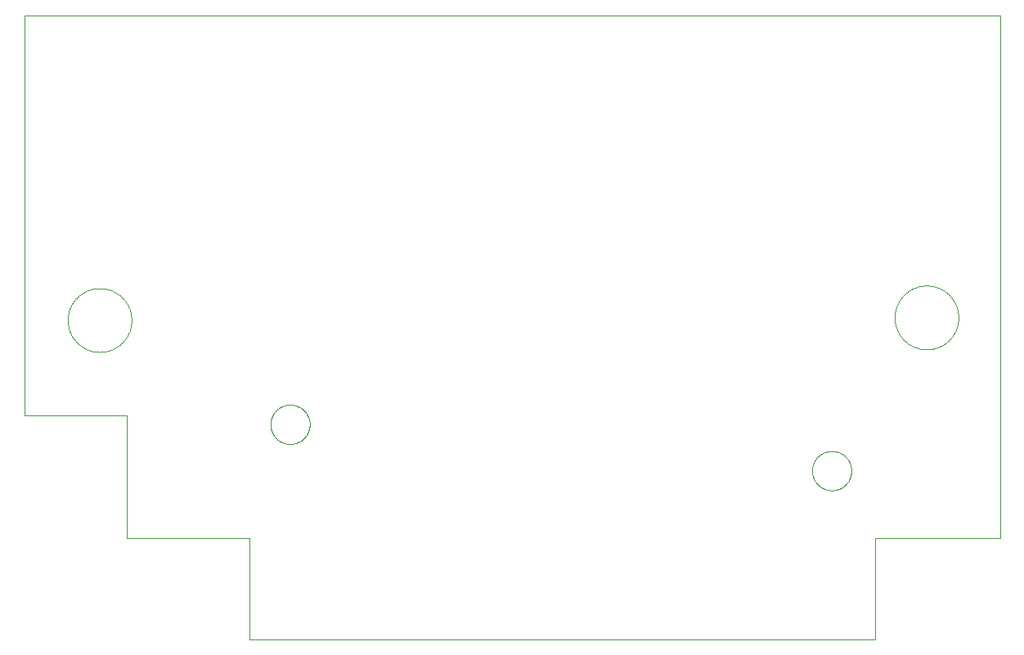
<source format=gko>
G75*
%MOIN*%
%OFA0B0*%
%FSLAX25Y25*%
%IPPOS*%
%LPD*%
%AMOC8*
5,1,8,0,0,1.08239X$1,22.5*
%
%ADD10C,0.00000*%
D10*
X0102453Y0096398D02*
X0102455Y0096594D01*
X0102463Y0096791D01*
X0102475Y0096987D01*
X0102492Y0097182D01*
X0102513Y0097377D01*
X0102540Y0097572D01*
X0102571Y0097766D01*
X0102607Y0097959D01*
X0102647Y0098151D01*
X0102693Y0098342D01*
X0102743Y0098532D01*
X0102797Y0098720D01*
X0102857Y0098907D01*
X0102921Y0099093D01*
X0102989Y0099277D01*
X0103062Y0099459D01*
X0103139Y0099640D01*
X0103221Y0099818D01*
X0103307Y0099995D01*
X0103398Y0100169D01*
X0103492Y0100341D01*
X0103591Y0100511D01*
X0103694Y0100678D01*
X0103801Y0100843D01*
X0103912Y0101004D01*
X0104027Y0101164D01*
X0104146Y0101320D01*
X0104269Y0101473D01*
X0104395Y0101623D01*
X0104525Y0101770D01*
X0104659Y0101914D01*
X0104796Y0102055D01*
X0104937Y0102192D01*
X0105081Y0102326D01*
X0105228Y0102456D01*
X0105378Y0102582D01*
X0105531Y0102705D01*
X0105687Y0102824D01*
X0105847Y0102939D01*
X0106008Y0103050D01*
X0106173Y0103157D01*
X0106340Y0103260D01*
X0106510Y0103359D01*
X0106682Y0103453D01*
X0106856Y0103544D01*
X0107033Y0103630D01*
X0107211Y0103712D01*
X0107392Y0103789D01*
X0107574Y0103862D01*
X0107758Y0103930D01*
X0107944Y0103994D01*
X0108131Y0104054D01*
X0108319Y0104108D01*
X0108509Y0104158D01*
X0108700Y0104204D01*
X0108892Y0104244D01*
X0109085Y0104280D01*
X0109279Y0104311D01*
X0109474Y0104338D01*
X0109669Y0104359D01*
X0109864Y0104376D01*
X0110060Y0104388D01*
X0110257Y0104396D01*
X0110453Y0104398D01*
X0110649Y0104396D01*
X0110846Y0104388D01*
X0111042Y0104376D01*
X0111237Y0104359D01*
X0111432Y0104338D01*
X0111627Y0104311D01*
X0111821Y0104280D01*
X0112014Y0104244D01*
X0112206Y0104204D01*
X0112397Y0104158D01*
X0112587Y0104108D01*
X0112775Y0104054D01*
X0112962Y0103994D01*
X0113148Y0103930D01*
X0113332Y0103862D01*
X0113514Y0103789D01*
X0113695Y0103712D01*
X0113873Y0103630D01*
X0114050Y0103544D01*
X0114224Y0103453D01*
X0114396Y0103359D01*
X0114566Y0103260D01*
X0114733Y0103157D01*
X0114898Y0103050D01*
X0115059Y0102939D01*
X0115219Y0102824D01*
X0115375Y0102705D01*
X0115528Y0102582D01*
X0115678Y0102456D01*
X0115825Y0102326D01*
X0115969Y0102192D01*
X0116110Y0102055D01*
X0116247Y0101914D01*
X0116381Y0101770D01*
X0116511Y0101623D01*
X0116637Y0101473D01*
X0116760Y0101320D01*
X0116879Y0101164D01*
X0116994Y0101004D01*
X0117105Y0100843D01*
X0117212Y0100678D01*
X0117315Y0100511D01*
X0117414Y0100341D01*
X0117508Y0100169D01*
X0117599Y0099995D01*
X0117685Y0099818D01*
X0117767Y0099640D01*
X0117844Y0099459D01*
X0117917Y0099277D01*
X0117985Y0099093D01*
X0118049Y0098907D01*
X0118109Y0098720D01*
X0118163Y0098532D01*
X0118213Y0098342D01*
X0118259Y0098151D01*
X0118299Y0097959D01*
X0118335Y0097766D01*
X0118366Y0097572D01*
X0118393Y0097377D01*
X0118414Y0097182D01*
X0118431Y0096987D01*
X0118443Y0096791D01*
X0118451Y0096594D01*
X0118453Y0096398D01*
X0118451Y0096202D01*
X0118443Y0096005D01*
X0118431Y0095809D01*
X0118414Y0095614D01*
X0118393Y0095419D01*
X0118366Y0095224D01*
X0118335Y0095030D01*
X0118299Y0094837D01*
X0118259Y0094645D01*
X0118213Y0094454D01*
X0118163Y0094264D01*
X0118109Y0094076D01*
X0118049Y0093889D01*
X0117985Y0093703D01*
X0117917Y0093519D01*
X0117844Y0093337D01*
X0117767Y0093156D01*
X0117685Y0092978D01*
X0117599Y0092801D01*
X0117508Y0092627D01*
X0117414Y0092455D01*
X0117315Y0092285D01*
X0117212Y0092118D01*
X0117105Y0091953D01*
X0116994Y0091792D01*
X0116879Y0091632D01*
X0116760Y0091476D01*
X0116637Y0091323D01*
X0116511Y0091173D01*
X0116381Y0091026D01*
X0116247Y0090882D01*
X0116110Y0090741D01*
X0115969Y0090604D01*
X0115825Y0090470D01*
X0115678Y0090340D01*
X0115528Y0090214D01*
X0115375Y0090091D01*
X0115219Y0089972D01*
X0115059Y0089857D01*
X0114898Y0089746D01*
X0114733Y0089639D01*
X0114566Y0089536D01*
X0114396Y0089437D01*
X0114224Y0089343D01*
X0114050Y0089252D01*
X0113873Y0089166D01*
X0113695Y0089084D01*
X0113514Y0089007D01*
X0113332Y0088934D01*
X0113148Y0088866D01*
X0112962Y0088802D01*
X0112775Y0088742D01*
X0112587Y0088688D01*
X0112397Y0088638D01*
X0112206Y0088592D01*
X0112014Y0088552D01*
X0111821Y0088516D01*
X0111627Y0088485D01*
X0111432Y0088458D01*
X0111237Y0088437D01*
X0111042Y0088420D01*
X0110846Y0088408D01*
X0110649Y0088400D01*
X0110453Y0088398D01*
X0110257Y0088400D01*
X0110060Y0088408D01*
X0109864Y0088420D01*
X0109669Y0088437D01*
X0109474Y0088458D01*
X0109279Y0088485D01*
X0109085Y0088516D01*
X0108892Y0088552D01*
X0108700Y0088592D01*
X0108509Y0088638D01*
X0108319Y0088688D01*
X0108131Y0088742D01*
X0107944Y0088802D01*
X0107758Y0088866D01*
X0107574Y0088934D01*
X0107392Y0089007D01*
X0107211Y0089084D01*
X0107033Y0089166D01*
X0106856Y0089252D01*
X0106682Y0089343D01*
X0106510Y0089437D01*
X0106340Y0089536D01*
X0106173Y0089639D01*
X0106008Y0089746D01*
X0105847Y0089857D01*
X0105687Y0089972D01*
X0105531Y0090091D01*
X0105378Y0090214D01*
X0105228Y0090340D01*
X0105081Y0090470D01*
X0104937Y0090604D01*
X0104796Y0090741D01*
X0104659Y0090882D01*
X0104525Y0091026D01*
X0104395Y0091173D01*
X0104269Y0091323D01*
X0104146Y0091476D01*
X0104027Y0091632D01*
X0103912Y0091792D01*
X0103801Y0091953D01*
X0103694Y0092118D01*
X0103591Y0092285D01*
X0103492Y0092455D01*
X0103398Y0092627D01*
X0103307Y0092801D01*
X0103221Y0092978D01*
X0103139Y0093156D01*
X0103062Y0093337D01*
X0102989Y0093519D01*
X0102921Y0093703D01*
X0102857Y0093889D01*
X0102797Y0094076D01*
X0102743Y0094264D01*
X0102693Y0094454D01*
X0102647Y0094645D01*
X0102607Y0094837D01*
X0102571Y0095030D01*
X0102540Y0095224D01*
X0102513Y0095419D01*
X0102492Y0095614D01*
X0102475Y0095809D01*
X0102463Y0096005D01*
X0102455Y0096202D01*
X0102453Y0096398D01*
X0323197Y0077500D02*
X0323199Y0077696D01*
X0323207Y0077893D01*
X0323219Y0078089D01*
X0323236Y0078284D01*
X0323257Y0078479D01*
X0323284Y0078674D01*
X0323315Y0078868D01*
X0323351Y0079061D01*
X0323391Y0079253D01*
X0323437Y0079444D01*
X0323487Y0079634D01*
X0323541Y0079822D01*
X0323601Y0080009D01*
X0323665Y0080195D01*
X0323733Y0080379D01*
X0323806Y0080561D01*
X0323883Y0080742D01*
X0323965Y0080920D01*
X0324051Y0081097D01*
X0324142Y0081271D01*
X0324236Y0081443D01*
X0324335Y0081613D01*
X0324438Y0081780D01*
X0324545Y0081945D01*
X0324656Y0082106D01*
X0324771Y0082266D01*
X0324890Y0082422D01*
X0325013Y0082575D01*
X0325139Y0082725D01*
X0325269Y0082872D01*
X0325403Y0083016D01*
X0325540Y0083157D01*
X0325681Y0083294D01*
X0325825Y0083428D01*
X0325972Y0083558D01*
X0326122Y0083684D01*
X0326275Y0083807D01*
X0326431Y0083926D01*
X0326591Y0084041D01*
X0326752Y0084152D01*
X0326917Y0084259D01*
X0327084Y0084362D01*
X0327254Y0084461D01*
X0327426Y0084555D01*
X0327600Y0084646D01*
X0327777Y0084732D01*
X0327955Y0084814D01*
X0328136Y0084891D01*
X0328318Y0084964D01*
X0328502Y0085032D01*
X0328688Y0085096D01*
X0328875Y0085156D01*
X0329063Y0085210D01*
X0329253Y0085260D01*
X0329444Y0085306D01*
X0329636Y0085346D01*
X0329829Y0085382D01*
X0330023Y0085413D01*
X0330218Y0085440D01*
X0330413Y0085461D01*
X0330608Y0085478D01*
X0330804Y0085490D01*
X0331001Y0085498D01*
X0331197Y0085500D01*
X0331393Y0085498D01*
X0331590Y0085490D01*
X0331786Y0085478D01*
X0331981Y0085461D01*
X0332176Y0085440D01*
X0332371Y0085413D01*
X0332565Y0085382D01*
X0332758Y0085346D01*
X0332950Y0085306D01*
X0333141Y0085260D01*
X0333331Y0085210D01*
X0333519Y0085156D01*
X0333706Y0085096D01*
X0333892Y0085032D01*
X0334076Y0084964D01*
X0334258Y0084891D01*
X0334439Y0084814D01*
X0334617Y0084732D01*
X0334794Y0084646D01*
X0334968Y0084555D01*
X0335140Y0084461D01*
X0335310Y0084362D01*
X0335477Y0084259D01*
X0335642Y0084152D01*
X0335803Y0084041D01*
X0335963Y0083926D01*
X0336119Y0083807D01*
X0336272Y0083684D01*
X0336422Y0083558D01*
X0336569Y0083428D01*
X0336713Y0083294D01*
X0336854Y0083157D01*
X0336991Y0083016D01*
X0337125Y0082872D01*
X0337255Y0082725D01*
X0337381Y0082575D01*
X0337504Y0082422D01*
X0337623Y0082266D01*
X0337738Y0082106D01*
X0337849Y0081945D01*
X0337956Y0081780D01*
X0338059Y0081613D01*
X0338158Y0081443D01*
X0338252Y0081271D01*
X0338343Y0081097D01*
X0338429Y0080920D01*
X0338511Y0080742D01*
X0338588Y0080561D01*
X0338661Y0080379D01*
X0338729Y0080195D01*
X0338793Y0080009D01*
X0338853Y0079822D01*
X0338907Y0079634D01*
X0338957Y0079444D01*
X0339003Y0079253D01*
X0339043Y0079061D01*
X0339079Y0078868D01*
X0339110Y0078674D01*
X0339137Y0078479D01*
X0339158Y0078284D01*
X0339175Y0078089D01*
X0339187Y0077893D01*
X0339195Y0077696D01*
X0339197Y0077500D01*
X0339195Y0077304D01*
X0339187Y0077107D01*
X0339175Y0076911D01*
X0339158Y0076716D01*
X0339137Y0076521D01*
X0339110Y0076326D01*
X0339079Y0076132D01*
X0339043Y0075939D01*
X0339003Y0075747D01*
X0338957Y0075556D01*
X0338907Y0075366D01*
X0338853Y0075178D01*
X0338793Y0074991D01*
X0338729Y0074805D01*
X0338661Y0074621D01*
X0338588Y0074439D01*
X0338511Y0074258D01*
X0338429Y0074080D01*
X0338343Y0073903D01*
X0338252Y0073729D01*
X0338158Y0073557D01*
X0338059Y0073387D01*
X0337956Y0073220D01*
X0337849Y0073055D01*
X0337738Y0072894D01*
X0337623Y0072734D01*
X0337504Y0072578D01*
X0337381Y0072425D01*
X0337255Y0072275D01*
X0337125Y0072128D01*
X0336991Y0071984D01*
X0336854Y0071843D01*
X0336713Y0071706D01*
X0336569Y0071572D01*
X0336422Y0071442D01*
X0336272Y0071316D01*
X0336119Y0071193D01*
X0335963Y0071074D01*
X0335803Y0070959D01*
X0335642Y0070848D01*
X0335477Y0070741D01*
X0335310Y0070638D01*
X0335140Y0070539D01*
X0334968Y0070445D01*
X0334794Y0070354D01*
X0334617Y0070268D01*
X0334439Y0070186D01*
X0334258Y0070109D01*
X0334076Y0070036D01*
X0333892Y0069968D01*
X0333706Y0069904D01*
X0333519Y0069844D01*
X0333331Y0069790D01*
X0333141Y0069740D01*
X0332950Y0069694D01*
X0332758Y0069654D01*
X0332565Y0069618D01*
X0332371Y0069587D01*
X0332176Y0069560D01*
X0331981Y0069539D01*
X0331786Y0069522D01*
X0331590Y0069510D01*
X0331393Y0069502D01*
X0331197Y0069500D01*
X0331001Y0069502D01*
X0330804Y0069510D01*
X0330608Y0069522D01*
X0330413Y0069539D01*
X0330218Y0069560D01*
X0330023Y0069587D01*
X0329829Y0069618D01*
X0329636Y0069654D01*
X0329444Y0069694D01*
X0329253Y0069740D01*
X0329063Y0069790D01*
X0328875Y0069844D01*
X0328688Y0069904D01*
X0328502Y0069968D01*
X0328318Y0070036D01*
X0328136Y0070109D01*
X0327955Y0070186D01*
X0327777Y0070268D01*
X0327600Y0070354D01*
X0327426Y0070445D01*
X0327254Y0070539D01*
X0327084Y0070638D01*
X0326917Y0070741D01*
X0326752Y0070848D01*
X0326591Y0070959D01*
X0326431Y0071074D01*
X0326275Y0071193D01*
X0326122Y0071316D01*
X0325972Y0071442D01*
X0325825Y0071572D01*
X0325681Y0071706D01*
X0325540Y0071843D01*
X0325403Y0071984D01*
X0325269Y0072128D01*
X0325139Y0072275D01*
X0325013Y0072425D01*
X0324890Y0072578D01*
X0324771Y0072734D01*
X0324656Y0072894D01*
X0324545Y0073055D01*
X0324438Y0073220D01*
X0324335Y0073387D01*
X0324236Y0073557D01*
X0324142Y0073729D01*
X0324051Y0073903D01*
X0323965Y0074080D01*
X0323883Y0074258D01*
X0323806Y0074439D01*
X0323733Y0074621D01*
X0323665Y0074805D01*
X0323601Y0074991D01*
X0323541Y0075178D01*
X0323487Y0075366D01*
X0323437Y0075556D01*
X0323391Y0075747D01*
X0323351Y0075939D01*
X0323315Y0076132D01*
X0323284Y0076326D01*
X0323257Y0076521D01*
X0323236Y0076716D01*
X0323219Y0076911D01*
X0323207Y0077107D01*
X0323199Y0077304D01*
X0323197Y0077500D01*
X0002165Y0100000D02*
X0043740Y0100000D01*
X0043740Y0050000D01*
X0093740Y0050000D01*
X0093740Y0008750D01*
X0348740Y0008750D01*
X0348740Y0050000D01*
X0399803Y0050000D01*
X0356854Y0139949D02*
X0356858Y0140268D01*
X0356870Y0140587D01*
X0356889Y0140905D01*
X0356917Y0141223D01*
X0356952Y0141540D01*
X0356995Y0141856D01*
X0357045Y0142172D01*
X0357104Y0142485D01*
X0357170Y0142797D01*
X0357244Y0143108D01*
X0357325Y0143416D01*
X0357414Y0143723D01*
X0357510Y0144027D01*
X0357614Y0144329D01*
X0357725Y0144628D01*
X0357844Y0144924D01*
X0357969Y0145217D01*
X0358102Y0145507D01*
X0358242Y0145794D01*
X0358389Y0146077D01*
X0358543Y0146357D01*
X0358704Y0146632D01*
X0358871Y0146904D01*
X0359045Y0147171D01*
X0359225Y0147435D01*
X0359412Y0147693D01*
X0359605Y0147947D01*
X0359805Y0148196D01*
X0360010Y0148440D01*
X0360222Y0148679D01*
X0360439Y0148913D01*
X0360662Y0149141D01*
X0360890Y0149364D01*
X0361124Y0149581D01*
X0361363Y0149793D01*
X0361607Y0149998D01*
X0361856Y0150198D01*
X0362110Y0150391D01*
X0362368Y0150578D01*
X0362632Y0150758D01*
X0362899Y0150932D01*
X0363171Y0151099D01*
X0363446Y0151260D01*
X0363726Y0151414D01*
X0364009Y0151561D01*
X0364296Y0151701D01*
X0364586Y0151834D01*
X0364879Y0151959D01*
X0365175Y0152078D01*
X0365474Y0152189D01*
X0365776Y0152293D01*
X0366080Y0152389D01*
X0366387Y0152478D01*
X0366695Y0152559D01*
X0367006Y0152633D01*
X0367318Y0152699D01*
X0367631Y0152758D01*
X0367947Y0152808D01*
X0368263Y0152851D01*
X0368580Y0152886D01*
X0368898Y0152914D01*
X0369216Y0152933D01*
X0369535Y0152945D01*
X0369854Y0152949D01*
X0370173Y0152945D01*
X0370492Y0152933D01*
X0370810Y0152914D01*
X0371128Y0152886D01*
X0371445Y0152851D01*
X0371761Y0152808D01*
X0372077Y0152758D01*
X0372390Y0152699D01*
X0372702Y0152633D01*
X0373013Y0152559D01*
X0373321Y0152478D01*
X0373628Y0152389D01*
X0373932Y0152293D01*
X0374234Y0152189D01*
X0374533Y0152078D01*
X0374829Y0151959D01*
X0375122Y0151834D01*
X0375412Y0151701D01*
X0375699Y0151561D01*
X0375982Y0151414D01*
X0376262Y0151260D01*
X0376537Y0151099D01*
X0376809Y0150932D01*
X0377076Y0150758D01*
X0377340Y0150578D01*
X0377598Y0150391D01*
X0377852Y0150198D01*
X0378101Y0149998D01*
X0378345Y0149793D01*
X0378584Y0149581D01*
X0378818Y0149364D01*
X0379046Y0149141D01*
X0379269Y0148913D01*
X0379486Y0148679D01*
X0379698Y0148440D01*
X0379903Y0148196D01*
X0380103Y0147947D01*
X0380296Y0147693D01*
X0380483Y0147435D01*
X0380663Y0147171D01*
X0380837Y0146904D01*
X0381004Y0146632D01*
X0381165Y0146357D01*
X0381319Y0146077D01*
X0381466Y0145794D01*
X0381606Y0145507D01*
X0381739Y0145217D01*
X0381864Y0144924D01*
X0381983Y0144628D01*
X0382094Y0144329D01*
X0382198Y0144027D01*
X0382294Y0143723D01*
X0382383Y0143416D01*
X0382464Y0143108D01*
X0382538Y0142797D01*
X0382604Y0142485D01*
X0382663Y0142172D01*
X0382713Y0141856D01*
X0382756Y0141540D01*
X0382791Y0141223D01*
X0382819Y0140905D01*
X0382838Y0140587D01*
X0382850Y0140268D01*
X0382854Y0139949D01*
X0382850Y0139630D01*
X0382838Y0139311D01*
X0382819Y0138993D01*
X0382791Y0138675D01*
X0382756Y0138358D01*
X0382713Y0138042D01*
X0382663Y0137726D01*
X0382604Y0137413D01*
X0382538Y0137101D01*
X0382464Y0136790D01*
X0382383Y0136482D01*
X0382294Y0136175D01*
X0382198Y0135871D01*
X0382094Y0135569D01*
X0381983Y0135270D01*
X0381864Y0134974D01*
X0381739Y0134681D01*
X0381606Y0134391D01*
X0381466Y0134104D01*
X0381319Y0133821D01*
X0381165Y0133541D01*
X0381004Y0133266D01*
X0380837Y0132994D01*
X0380663Y0132727D01*
X0380483Y0132463D01*
X0380296Y0132205D01*
X0380103Y0131951D01*
X0379903Y0131702D01*
X0379698Y0131458D01*
X0379486Y0131219D01*
X0379269Y0130985D01*
X0379046Y0130757D01*
X0378818Y0130534D01*
X0378584Y0130317D01*
X0378345Y0130105D01*
X0378101Y0129900D01*
X0377852Y0129700D01*
X0377598Y0129507D01*
X0377340Y0129320D01*
X0377076Y0129140D01*
X0376809Y0128966D01*
X0376537Y0128799D01*
X0376262Y0128638D01*
X0375982Y0128484D01*
X0375699Y0128337D01*
X0375412Y0128197D01*
X0375122Y0128064D01*
X0374829Y0127939D01*
X0374533Y0127820D01*
X0374234Y0127709D01*
X0373932Y0127605D01*
X0373628Y0127509D01*
X0373321Y0127420D01*
X0373013Y0127339D01*
X0372702Y0127265D01*
X0372390Y0127199D01*
X0372077Y0127140D01*
X0371761Y0127090D01*
X0371445Y0127047D01*
X0371128Y0127012D01*
X0370810Y0126984D01*
X0370492Y0126965D01*
X0370173Y0126953D01*
X0369854Y0126949D01*
X0369535Y0126953D01*
X0369216Y0126965D01*
X0368898Y0126984D01*
X0368580Y0127012D01*
X0368263Y0127047D01*
X0367947Y0127090D01*
X0367631Y0127140D01*
X0367318Y0127199D01*
X0367006Y0127265D01*
X0366695Y0127339D01*
X0366387Y0127420D01*
X0366080Y0127509D01*
X0365776Y0127605D01*
X0365474Y0127709D01*
X0365175Y0127820D01*
X0364879Y0127939D01*
X0364586Y0128064D01*
X0364296Y0128197D01*
X0364009Y0128337D01*
X0363726Y0128484D01*
X0363446Y0128638D01*
X0363171Y0128799D01*
X0362899Y0128966D01*
X0362632Y0129140D01*
X0362368Y0129320D01*
X0362110Y0129507D01*
X0361856Y0129700D01*
X0361607Y0129900D01*
X0361363Y0130105D01*
X0361124Y0130317D01*
X0360890Y0130534D01*
X0360662Y0130757D01*
X0360439Y0130985D01*
X0360222Y0131219D01*
X0360010Y0131458D01*
X0359805Y0131702D01*
X0359605Y0131951D01*
X0359412Y0132205D01*
X0359225Y0132463D01*
X0359045Y0132727D01*
X0358871Y0132994D01*
X0358704Y0133266D01*
X0358543Y0133541D01*
X0358389Y0133821D01*
X0358242Y0134104D01*
X0358102Y0134391D01*
X0357969Y0134681D01*
X0357844Y0134974D01*
X0357725Y0135270D01*
X0357614Y0135569D01*
X0357510Y0135871D01*
X0357414Y0136175D01*
X0357325Y0136482D01*
X0357244Y0136790D01*
X0357170Y0137101D01*
X0357104Y0137413D01*
X0357045Y0137726D01*
X0356995Y0138042D01*
X0356952Y0138358D01*
X0356917Y0138675D01*
X0356889Y0138993D01*
X0356870Y0139311D01*
X0356858Y0139630D01*
X0356854Y0139949D01*
X0019819Y0138886D02*
X0019823Y0139205D01*
X0019835Y0139524D01*
X0019854Y0139842D01*
X0019882Y0140160D01*
X0019917Y0140477D01*
X0019960Y0140793D01*
X0020010Y0141109D01*
X0020069Y0141422D01*
X0020135Y0141734D01*
X0020209Y0142045D01*
X0020290Y0142353D01*
X0020379Y0142660D01*
X0020475Y0142964D01*
X0020579Y0143266D01*
X0020690Y0143565D01*
X0020809Y0143861D01*
X0020934Y0144154D01*
X0021067Y0144444D01*
X0021207Y0144731D01*
X0021354Y0145014D01*
X0021508Y0145294D01*
X0021669Y0145569D01*
X0021836Y0145841D01*
X0022010Y0146108D01*
X0022190Y0146372D01*
X0022377Y0146630D01*
X0022570Y0146884D01*
X0022770Y0147133D01*
X0022975Y0147377D01*
X0023187Y0147616D01*
X0023404Y0147850D01*
X0023627Y0148078D01*
X0023855Y0148301D01*
X0024089Y0148518D01*
X0024328Y0148730D01*
X0024572Y0148935D01*
X0024821Y0149135D01*
X0025075Y0149328D01*
X0025333Y0149515D01*
X0025597Y0149695D01*
X0025864Y0149869D01*
X0026136Y0150036D01*
X0026411Y0150197D01*
X0026691Y0150351D01*
X0026974Y0150498D01*
X0027261Y0150638D01*
X0027551Y0150771D01*
X0027844Y0150896D01*
X0028140Y0151015D01*
X0028439Y0151126D01*
X0028741Y0151230D01*
X0029045Y0151326D01*
X0029352Y0151415D01*
X0029660Y0151496D01*
X0029971Y0151570D01*
X0030283Y0151636D01*
X0030596Y0151695D01*
X0030912Y0151745D01*
X0031228Y0151788D01*
X0031545Y0151823D01*
X0031863Y0151851D01*
X0032181Y0151870D01*
X0032500Y0151882D01*
X0032819Y0151886D01*
X0033138Y0151882D01*
X0033457Y0151870D01*
X0033775Y0151851D01*
X0034093Y0151823D01*
X0034410Y0151788D01*
X0034726Y0151745D01*
X0035042Y0151695D01*
X0035355Y0151636D01*
X0035667Y0151570D01*
X0035978Y0151496D01*
X0036286Y0151415D01*
X0036593Y0151326D01*
X0036897Y0151230D01*
X0037199Y0151126D01*
X0037498Y0151015D01*
X0037794Y0150896D01*
X0038087Y0150771D01*
X0038377Y0150638D01*
X0038664Y0150498D01*
X0038947Y0150351D01*
X0039227Y0150197D01*
X0039502Y0150036D01*
X0039774Y0149869D01*
X0040041Y0149695D01*
X0040305Y0149515D01*
X0040563Y0149328D01*
X0040817Y0149135D01*
X0041066Y0148935D01*
X0041310Y0148730D01*
X0041549Y0148518D01*
X0041783Y0148301D01*
X0042011Y0148078D01*
X0042234Y0147850D01*
X0042451Y0147616D01*
X0042663Y0147377D01*
X0042868Y0147133D01*
X0043068Y0146884D01*
X0043261Y0146630D01*
X0043448Y0146372D01*
X0043628Y0146108D01*
X0043802Y0145841D01*
X0043969Y0145569D01*
X0044130Y0145294D01*
X0044284Y0145014D01*
X0044431Y0144731D01*
X0044571Y0144444D01*
X0044704Y0144154D01*
X0044829Y0143861D01*
X0044948Y0143565D01*
X0045059Y0143266D01*
X0045163Y0142964D01*
X0045259Y0142660D01*
X0045348Y0142353D01*
X0045429Y0142045D01*
X0045503Y0141734D01*
X0045569Y0141422D01*
X0045628Y0141109D01*
X0045678Y0140793D01*
X0045721Y0140477D01*
X0045756Y0140160D01*
X0045784Y0139842D01*
X0045803Y0139524D01*
X0045815Y0139205D01*
X0045819Y0138886D01*
X0045815Y0138567D01*
X0045803Y0138248D01*
X0045784Y0137930D01*
X0045756Y0137612D01*
X0045721Y0137295D01*
X0045678Y0136979D01*
X0045628Y0136663D01*
X0045569Y0136350D01*
X0045503Y0136038D01*
X0045429Y0135727D01*
X0045348Y0135419D01*
X0045259Y0135112D01*
X0045163Y0134808D01*
X0045059Y0134506D01*
X0044948Y0134207D01*
X0044829Y0133911D01*
X0044704Y0133618D01*
X0044571Y0133328D01*
X0044431Y0133041D01*
X0044284Y0132758D01*
X0044130Y0132478D01*
X0043969Y0132203D01*
X0043802Y0131931D01*
X0043628Y0131664D01*
X0043448Y0131400D01*
X0043261Y0131142D01*
X0043068Y0130888D01*
X0042868Y0130639D01*
X0042663Y0130395D01*
X0042451Y0130156D01*
X0042234Y0129922D01*
X0042011Y0129694D01*
X0041783Y0129471D01*
X0041549Y0129254D01*
X0041310Y0129042D01*
X0041066Y0128837D01*
X0040817Y0128637D01*
X0040563Y0128444D01*
X0040305Y0128257D01*
X0040041Y0128077D01*
X0039774Y0127903D01*
X0039502Y0127736D01*
X0039227Y0127575D01*
X0038947Y0127421D01*
X0038664Y0127274D01*
X0038377Y0127134D01*
X0038087Y0127001D01*
X0037794Y0126876D01*
X0037498Y0126757D01*
X0037199Y0126646D01*
X0036897Y0126542D01*
X0036593Y0126446D01*
X0036286Y0126357D01*
X0035978Y0126276D01*
X0035667Y0126202D01*
X0035355Y0126136D01*
X0035042Y0126077D01*
X0034726Y0126027D01*
X0034410Y0125984D01*
X0034093Y0125949D01*
X0033775Y0125921D01*
X0033457Y0125902D01*
X0033138Y0125890D01*
X0032819Y0125886D01*
X0032500Y0125890D01*
X0032181Y0125902D01*
X0031863Y0125921D01*
X0031545Y0125949D01*
X0031228Y0125984D01*
X0030912Y0126027D01*
X0030596Y0126077D01*
X0030283Y0126136D01*
X0029971Y0126202D01*
X0029660Y0126276D01*
X0029352Y0126357D01*
X0029045Y0126446D01*
X0028741Y0126542D01*
X0028439Y0126646D01*
X0028140Y0126757D01*
X0027844Y0126876D01*
X0027551Y0127001D01*
X0027261Y0127134D01*
X0026974Y0127274D01*
X0026691Y0127421D01*
X0026411Y0127575D01*
X0026136Y0127736D01*
X0025864Y0127903D01*
X0025597Y0128077D01*
X0025333Y0128257D01*
X0025075Y0128444D01*
X0024821Y0128637D01*
X0024572Y0128837D01*
X0024328Y0129042D01*
X0024089Y0129254D01*
X0023855Y0129471D01*
X0023627Y0129694D01*
X0023404Y0129922D01*
X0023187Y0130156D01*
X0022975Y0130395D01*
X0022770Y0130639D01*
X0022570Y0130888D01*
X0022377Y0131142D01*
X0022190Y0131400D01*
X0022010Y0131664D01*
X0021836Y0131931D01*
X0021669Y0132203D01*
X0021508Y0132478D01*
X0021354Y0132758D01*
X0021207Y0133041D01*
X0021067Y0133328D01*
X0020934Y0133618D01*
X0020809Y0133911D01*
X0020690Y0134207D01*
X0020579Y0134506D01*
X0020475Y0134808D01*
X0020379Y0135112D01*
X0020290Y0135419D01*
X0020209Y0135727D01*
X0020135Y0136038D01*
X0020069Y0136350D01*
X0020010Y0136663D01*
X0019960Y0136979D01*
X0019917Y0137295D01*
X0019882Y0137612D01*
X0019854Y0137930D01*
X0019835Y0138248D01*
X0019823Y0138567D01*
X0019819Y0138886D01*
X0002165Y0100000D02*
X0002165Y0263157D01*
X0399803Y0050000D02*
X0399803Y0263157D01*
X0002165Y0263157D01*
M02*

</source>
